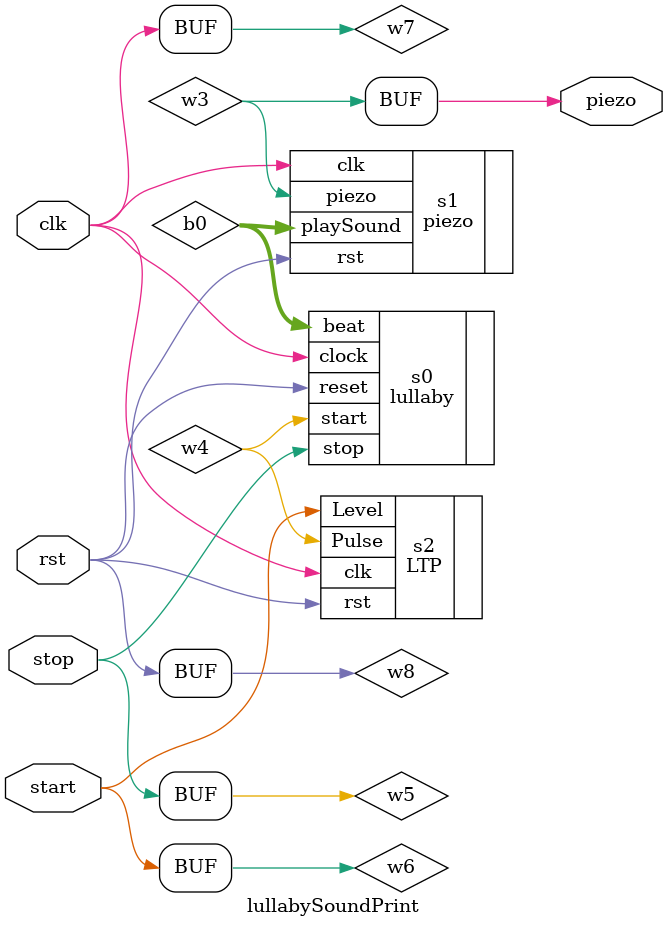
<source format=v>
module lullabySoundPrint(clk,rst,start,stop,piezo);

input clk;
input rst;
input start;
input stop;
output piezo;

wire [12:0] b0;
wire  w3;
wire  w4;
wire  w5;
wire  w6;
wire  w8;
wire  w7;

assign w7 = clk;
assign w8 = rst;
assign w6 = start;
assign w5 = stop;
assign piezo = w3;

lullaby
     #(
      .S1(1),
      .S10(10),
      .S100(100),
      .S101(101),
      .S102(102),
      .S103(103),
      .S104(110),
      .S105(111),
      .S106(112),
      .S107(113),
      .S108(114),
      .S109(115),
      .S11(11),
      .S110(116),
      .S111(117),
      .S112(118),
      .S113(119),
      .S114(120),
      .S115(121),
      .S116(122),
      .S117(104),
      .S118(105),
      .S119(106),
      .S12(12),
      .S120(107),
      .S121(108),
      .S122(109),
      .S13(13),
      .S14(14),
      .S15(15),
      .S16(16),
      .S17(17),
      .S18(18),
      .S19(19),
      .S2(2),
      .S20(20),
      .S21(21),
      .S22(22),
      .S23(23),
      .S24(24),
      .S25(25),
      .S26(26),
      .S27(27),
      .S28(28),
      .S29(29),
      .S3(3),
      .S30(30),
      .S31(31),
      .S32(32),
      .S33(33),
      .S34(34),
      .S35(35),
      .S36(36),
      .S37(37),
      .S38(38),
      .S39(39),
      .S4(4),
      .S40(40),
      .S41(41),
      .S42(42),
      .S43(43),
      .S44(44),
      .S45(45),
      .S46(46),
      .S47(47),
      .S48(48),
      .S49(49),
      .S5(5),
      .S50(50),
      .S51(51),
      .S52(52),
      .S53(53),
      .S54(54),
      .S55(55),
      .S56(56),
      .S57(57),
      .S58(58),
      .S59(59),
      .S6(6),
      .S60(60),
      .S61(61),
      .S62(62),
      .S63(63),
      .S64(64),
      .S65(65),
      .S66(66),
      .S67(67),
      .S68(68),
      .S69(69),
      .S7(7),
      .S70(70),
      .S71(71),
      .S72(72),
      .S73(73),
      .S74(74),
      .S75(75),
      .S76(76),
      .S77(77),
      .S78(78),
      .S79(79),
      .S8(8),
      .S80(80),
      .S81(81),
      .S82(82),
      .S83(83),
      .S84(84),
      .S85(85),
      .S86(86),
      .S87(87),
      .S88(88),
      .S89(89),
      .S9(9),
      .S90(90),
      .S91(91),
      .S92(92),
      .S93(93),
      .S94(94),
      .S95(95),
      .S96(96),
      .S97(97),
      .S98(98),
      .S99(99),
      .musicOff(0))
     s0 (
      .beat(b0),
      .start(w4),
      .stop(w5),
      .reset(w8),
      .clock(w7));

piezo
     s1 (
      .playSound(b0),
      .piezo(w3),
      .rst(w8),
      .clk(w7));

LTP
     s2 (
      .Pulse(w4),
      .Level(w6),
      .rst(w8),
      .clk(w7));

endmodule


</source>
